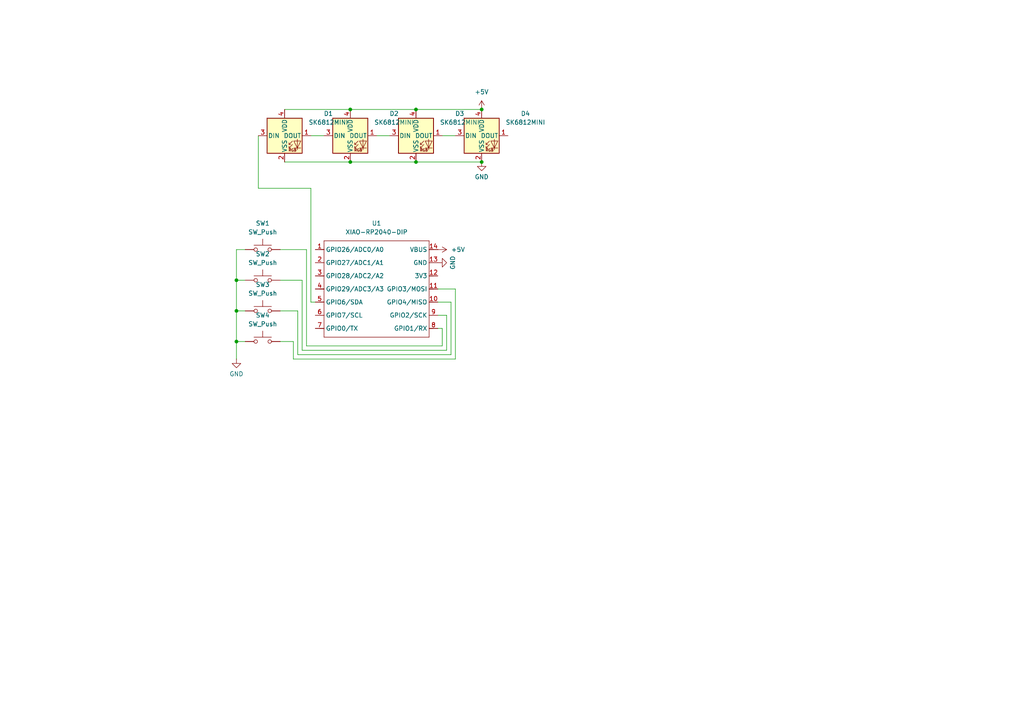
<source format=kicad_sch>
(kicad_sch
	(version 20250114)
	(generator "eeschema")
	(generator_version "9.0")
	(uuid "400a7696-c239-4d13-9210-8bc257ebea63")
	(paper "A4")
	(lib_symbols
		(symbol "LED:SK6812MINI"
			(pin_names
				(offset 0.254)
			)
			(exclude_from_sim no)
			(in_bom yes)
			(on_board yes)
			(property "Reference" "D"
				(at 5.08 5.715 0)
				(effects
					(font
						(size 1.27 1.27)
					)
					(justify right bottom)
				)
			)
			(property "Value" "SK6812MINI"
				(at 1.27 -5.715 0)
				(effects
					(font
						(size 1.27 1.27)
					)
					(justify left top)
				)
			)
			(property "Footprint" "LED_SMD:LED_SK6812MINI_PLCC4_3.5x3.5mm_P1.75mm"
				(at 1.27 -7.62 0)
				(effects
					(font
						(size 1.27 1.27)
					)
					(justify left top)
					(hide yes)
				)
			)
			(property "Datasheet" "https://cdn-shop.adafruit.com/product-files/2686/SK6812MINI_REV.01-1-2.pdf"
				(at 2.54 -9.525 0)
				(effects
					(font
						(size 1.27 1.27)
					)
					(justify left top)
					(hide yes)
				)
			)
			(property "Description" "RGB LED with integrated controller"
				(at 0 0 0)
				(effects
					(font
						(size 1.27 1.27)
					)
					(hide yes)
				)
			)
			(property "ki_keywords" "RGB LED NeoPixel Mini addressable"
				(at 0 0 0)
				(effects
					(font
						(size 1.27 1.27)
					)
					(hide yes)
				)
			)
			(property "ki_fp_filters" "LED*SK6812MINI*PLCC*3.5x3.5mm*P1.75mm*"
				(at 0 0 0)
				(effects
					(font
						(size 1.27 1.27)
					)
					(hide yes)
				)
			)
			(symbol "SK6812MINI_0_0"
				(text "RGB"
					(at 2.286 -4.191 0)
					(effects
						(font
							(size 0.762 0.762)
						)
					)
				)
			)
			(symbol "SK6812MINI_0_1"
				(polyline
					(pts
						(xy 1.27 -2.54) (xy 1.778 -2.54)
					)
					(stroke
						(width 0)
						(type default)
					)
					(fill
						(type none)
					)
				)
				(polyline
					(pts
						(xy 1.27 -3.556) (xy 1.778 -3.556)
					)
					(stroke
						(width 0)
						(type default)
					)
					(fill
						(type none)
					)
				)
				(polyline
					(pts
						(xy 2.286 -1.524) (xy 1.27 -2.54) (xy 1.27 -2.032)
					)
					(stroke
						(width 0)
						(type default)
					)
					(fill
						(type none)
					)
				)
				(polyline
					(pts
						(xy 2.286 -2.54) (xy 1.27 -3.556) (xy 1.27 -3.048)
					)
					(stroke
						(width 0)
						(type default)
					)
					(fill
						(type none)
					)
				)
				(polyline
					(pts
						(xy 3.683 -1.016) (xy 3.683 -3.556) (xy 3.683 -4.064)
					)
					(stroke
						(width 0)
						(type default)
					)
					(fill
						(type none)
					)
				)
				(polyline
					(pts
						(xy 4.699 -1.524) (xy 2.667 -1.524) (xy 3.683 -3.556) (xy 4.699 -1.524)
					)
					(stroke
						(width 0)
						(type default)
					)
					(fill
						(type none)
					)
				)
				(polyline
					(pts
						(xy 4.699 -3.556) (xy 2.667 -3.556)
					)
					(stroke
						(width 0)
						(type default)
					)
					(fill
						(type none)
					)
				)
				(rectangle
					(start 5.08 5.08)
					(end -5.08 -5.08)
					(stroke
						(width 0.254)
						(type default)
					)
					(fill
						(type background)
					)
				)
			)
			(symbol "SK6812MINI_1_1"
				(pin input line
					(at -7.62 0 0)
					(length 2.54)
					(name "DIN"
						(effects
							(font
								(size 1.27 1.27)
							)
						)
					)
					(number "3"
						(effects
							(font
								(size 1.27 1.27)
							)
						)
					)
				)
				(pin power_in line
					(at 0 7.62 270)
					(length 2.54)
					(name "VDD"
						(effects
							(font
								(size 1.27 1.27)
							)
						)
					)
					(number "4"
						(effects
							(font
								(size 1.27 1.27)
							)
						)
					)
				)
				(pin power_in line
					(at 0 -7.62 90)
					(length 2.54)
					(name "VSS"
						(effects
							(font
								(size 1.27 1.27)
							)
						)
					)
					(number "2"
						(effects
							(font
								(size 1.27 1.27)
							)
						)
					)
				)
				(pin output line
					(at 7.62 0 180)
					(length 2.54)
					(name "DOUT"
						(effects
							(font
								(size 1.27 1.27)
							)
						)
					)
					(number "1"
						(effects
							(font
								(size 1.27 1.27)
							)
						)
					)
				)
			)
			(embedded_fonts no)
		)
		(symbol "OPL:XIAO-RP2040-DIP"
			(exclude_from_sim no)
			(in_bom yes)
			(on_board yes)
			(property "Reference" "U"
				(at 0 0 0)
				(effects
					(font
						(size 1.27 1.27)
					)
				)
			)
			(property "Value" "XIAO-RP2040-DIP"
				(at 5.334 -1.778 0)
				(effects
					(font
						(size 1.27 1.27)
					)
				)
			)
			(property "Footprint" "Module:MOUDLE14P-XIAO-DIP-SMD"
				(at 14.478 -32.258 0)
				(effects
					(font
						(size 1.27 1.27)
					)
					(hide yes)
				)
			)
			(property "Datasheet" ""
				(at 0 0 0)
				(effects
					(font
						(size 1.27 1.27)
					)
					(hide yes)
				)
			)
			(property "Description" ""
				(at 0 0 0)
				(effects
					(font
						(size 1.27 1.27)
					)
					(hide yes)
				)
			)
			(symbol "XIAO-RP2040-DIP_1_0"
				(polyline
					(pts
						(xy -1.27 -2.54) (xy 29.21 -2.54)
					)
					(stroke
						(width 0.1524)
						(type solid)
					)
					(fill
						(type none)
					)
				)
				(polyline
					(pts
						(xy -1.27 -5.08) (xy -2.54 -5.08)
					)
					(stroke
						(width 0.1524)
						(type solid)
					)
					(fill
						(type none)
					)
				)
				(polyline
					(pts
						(xy -1.27 -5.08) (xy -1.27 -2.54)
					)
					(stroke
						(width 0.1524)
						(type solid)
					)
					(fill
						(type none)
					)
				)
				(polyline
					(pts
						(xy -1.27 -8.89) (xy -2.54 -8.89)
					)
					(stroke
						(width 0.1524)
						(type solid)
					)
					(fill
						(type none)
					)
				)
				(polyline
					(pts
						(xy -1.27 -8.89) (xy -1.27 -5.08)
					)
					(stroke
						(width 0.1524)
						(type solid)
					)
					(fill
						(type none)
					)
				)
				(polyline
					(pts
						(xy -1.27 -12.7) (xy -2.54 -12.7)
					)
					(stroke
						(width 0.1524)
						(type solid)
					)
					(fill
						(type none)
					)
				)
				(polyline
					(pts
						(xy -1.27 -12.7) (xy -1.27 -8.89)
					)
					(stroke
						(width 0.1524)
						(type solid)
					)
					(fill
						(type none)
					)
				)
				(polyline
					(pts
						(xy -1.27 -16.51) (xy -2.54 -16.51)
					)
					(stroke
						(width 0.1524)
						(type solid)
					)
					(fill
						(type none)
					)
				)
				(polyline
					(pts
						(xy -1.27 -16.51) (xy -1.27 -12.7)
					)
					(stroke
						(width 0.1524)
						(type solid)
					)
					(fill
						(type none)
					)
				)
				(polyline
					(pts
						(xy -1.27 -20.32) (xy -2.54 -20.32)
					)
					(stroke
						(width 0.1524)
						(type solid)
					)
					(fill
						(type none)
					)
				)
				(polyline
					(pts
						(xy -1.27 -24.13) (xy -2.54 -24.13)
					)
					(stroke
						(width 0.1524)
						(type solid)
					)
					(fill
						(type none)
					)
				)
				(polyline
					(pts
						(xy -1.27 -27.94) (xy -2.54 -27.94)
					)
					(stroke
						(width 0.1524)
						(type solid)
					)
					(fill
						(type none)
					)
				)
				(polyline
					(pts
						(xy -1.27 -30.48) (xy -1.27 -16.51)
					)
					(stroke
						(width 0.1524)
						(type solid)
					)
					(fill
						(type none)
					)
				)
				(polyline
					(pts
						(xy 29.21 -2.54) (xy 29.21 -5.08)
					)
					(stroke
						(width 0.1524)
						(type solid)
					)
					(fill
						(type none)
					)
				)
				(polyline
					(pts
						(xy 29.21 -5.08) (xy 29.21 -8.89)
					)
					(stroke
						(width 0.1524)
						(type solid)
					)
					(fill
						(type none)
					)
				)
				(polyline
					(pts
						(xy 29.21 -8.89) (xy 29.21 -12.7)
					)
					(stroke
						(width 0.1524)
						(type solid)
					)
					(fill
						(type none)
					)
				)
				(polyline
					(pts
						(xy 29.21 -12.7) (xy 29.21 -30.48)
					)
					(stroke
						(width 0.1524)
						(type solid)
					)
					(fill
						(type none)
					)
				)
				(polyline
					(pts
						(xy 29.21 -30.48) (xy -1.27 -30.48)
					)
					(stroke
						(width 0.1524)
						(type solid)
					)
					(fill
						(type none)
					)
				)
				(polyline
					(pts
						(xy 30.48 -5.08) (xy 29.21 -5.08)
					)
					(stroke
						(width 0.1524)
						(type solid)
					)
					(fill
						(type none)
					)
				)
				(polyline
					(pts
						(xy 30.48 -8.89) (xy 29.21 -8.89)
					)
					(stroke
						(width 0.1524)
						(type solid)
					)
					(fill
						(type none)
					)
				)
				(polyline
					(pts
						(xy 30.48 -12.7) (xy 29.21 -12.7)
					)
					(stroke
						(width 0.1524)
						(type solid)
					)
					(fill
						(type none)
					)
				)
				(polyline
					(pts
						(xy 30.48 -16.51) (xy 29.21 -16.51)
					)
					(stroke
						(width 0.1524)
						(type solid)
					)
					(fill
						(type none)
					)
				)
				(polyline
					(pts
						(xy 30.48 -20.32) (xy 29.21 -20.32)
					)
					(stroke
						(width 0.1524)
						(type solid)
					)
					(fill
						(type none)
					)
				)
				(polyline
					(pts
						(xy 30.48 -24.13) (xy 29.21 -24.13)
					)
					(stroke
						(width 0.1524)
						(type solid)
					)
					(fill
						(type none)
					)
				)
				(polyline
					(pts
						(xy 30.48 -27.94) (xy 29.21 -27.94)
					)
					(stroke
						(width 0.1524)
						(type solid)
					)
					(fill
						(type none)
					)
				)
				(pin passive line
					(at -3.81 -5.08 0)
					(length 2.54)
					(name "GPIO26/ADC0/A0"
						(effects
							(font
								(size 1.27 1.27)
							)
						)
					)
					(number "1"
						(effects
							(font
								(size 1.27 1.27)
							)
						)
					)
				)
				(pin passive line
					(at -3.81 -8.89 0)
					(length 2.54)
					(name "GPIO27/ADC1/A1"
						(effects
							(font
								(size 1.27 1.27)
							)
						)
					)
					(number "2"
						(effects
							(font
								(size 1.27 1.27)
							)
						)
					)
				)
				(pin passive line
					(at -3.81 -12.7 0)
					(length 2.54)
					(name "GPIO28/ADC2/A2"
						(effects
							(font
								(size 1.27 1.27)
							)
						)
					)
					(number "3"
						(effects
							(font
								(size 1.27 1.27)
							)
						)
					)
				)
				(pin passive line
					(at -3.81 -16.51 0)
					(length 2.54)
					(name "GPIO29/ADC3/A3"
						(effects
							(font
								(size 1.27 1.27)
							)
						)
					)
					(number "4"
						(effects
							(font
								(size 1.27 1.27)
							)
						)
					)
				)
				(pin passive line
					(at -3.81 -20.32 0)
					(length 2.54)
					(name "GPIO6/SDA"
						(effects
							(font
								(size 1.27 1.27)
							)
						)
					)
					(number "5"
						(effects
							(font
								(size 1.27 1.27)
							)
						)
					)
				)
				(pin passive line
					(at -3.81 -24.13 0)
					(length 2.54)
					(name "GPIO7/SCL"
						(effects
							(font
								(size 1.27 1.27)
							)
						)
					)
					(number "6"
						(effects
							(font
								(size 1.27 1.27)
							)
						)
					)
				)
				(pin passive line
					(at -3.81 -27.94 0)
					(length 2.54)
					(name "GPIO0/TX"
						(effects
							(font
								(size 1.27 1.27)
							)
						)
					)
					(number "7"
						(effects
							(font
								(size 1.27 1.27)
							)
						)
					)
				)
				(pin passive line
					(at 31.75 -5.08 180)
					(length 2.54)
					(name "VBUS"
						(effects
							(font
								(size 1.27 1.27)
							)
						)
					)
					(number "14"
						(effects
							(font
								(size 1.27 1.27)
							)
						)
					)
				)
				(pin passive line
					(at 31.75 -8.89 180)
					(length 2.54)
					(name "GND"
						(effects
							(font
								(size 1.27 1.27)
							)
						)
					)
					(number "13"
						(effects
							(font
								(size 1.27 1.27)
							)
						)
					)
				)
				(pin passive line
					(at 31.75 -12.7 180)
					(length 2.54)
					(name "3V3"
						(effects
							(font
								(size 1.27 1.27)
							)
						)
					)
					(number "12"
						(effects
							(font
								(size 1.27 1.27)
							)
						)
					)
				)
				(pin passive line
					(at 31.75 -16.51 180)
					(length 2.54)
					(name "GPIO3/MOSI"
						(effects
							(font
								(size 1.27 1.27)
							)
						)
					)
					(number "11"
						(effects
							(font
								(size 1.27 1.27)
							)
						)
					)
				)
				(pin passive line
					(at 31.75 -20.32 180)
					(length 2.54)
					(name "GPIO4/MISO"
						(effects
							(font
								(size 1.27 1.27)
							)
						)
					)
					(number "10"
						(effects
							(font
								(size 1.27 1.27)
							)
						)
					)
				)
				(pin passive line
					(at 31.75 -24.13 180)
					(length 2.54)
					(name "GPIO2/SCK"
						(effects
							(font
								(size 1.27 1.27)
							)
						)
					)
					(number "9"
						(effects
							(font
								(size 1.27 1.27)
							)
						)
					)
				)
				(pin passive line
					(at 31.75 -27.94 180)
					(length 2.54)
					(name "GPIO1/RX"
						(effects
							(font
								(size 1.27 1.27)
							)
						)
					)
					(number "8"
						(effects
							(font
								(size 1.27 1.27)
							)
						)
					)
				)
			)
			(embedded_fonts no)
		)
		(symbol "Switch:SW_Push"
			(pin_numbers
				(hide yes)
			)
			(pin_names
				(offset 1.016)
				(hide yes)
			)
			(exclude_from_sim no)
			(in_bom yes)
			(on_board yes)
			(property "Reference" "SW"
				(at 1.27 2.54 0)
				(effects
					(font
						(size 1.27 1.27)
					)
					(justify left)
				)
			)
			(property "Value" "SW_Push"
				(at 0 -1.524 0)
				(effects
					(font
						(size 1.27 1.27)
					)
				)
			)
			(property "Footprint" ""
				(at 0 5.08 0)
				(effects
					(font
						(size 1.27 1.27)
					)
					(hide yes)
				)
			)
			(property "Datasheet" "~"
				(at 0 5.08 0)
				(effects
					(font
						(size 1.27 1.27)
					)
					(hide yes)
				)
			)
			(property "Description" "Push button switch, generic, two pins"
				(at 0 0 0)
				(effects
					(font
						(size 1.27 1.27)
					)
					(hide yes)
				)
			)
			(property "ki_keywords" "switch normally-open pushbutton push-button"
				(at 0 0 0)
				(effects
					(font
						(size 1.27 1.27)
					)
					(hide yes)
				)
			)
			(symbol "SW_Push_0_1"
				(circle
					(center -2.032 0)
					(radius 0.508)
					(stroke
						(width 0)
						(type default)
					)
					(fill
						(type none)
					)
				)
				(polyline
					(pts
						(xy 0 1.27) (xy 0 3.048)
					)
					(stroke
						(width 0)
						(type default)
					)
					(fill
						(type none)
					)
				)
				(circle
					(center 2.032 0)
					(radius 0.508)
					(stroke
						(width 0)
						(type default)
					)
					(fill
						(type none)
					)
				)
				(polyline
					(pts
						(xy 2.54 1.27) (xy -2.54 1.27)
					)
					(stroke
						(width 0)
						(type default)
					)
					(fill
						(type none)
					)
				)
				(pin passive line
					(at -5.08 0 0)
					(length 2.54)
					(name "1"
						(effects
							(font
								(size 1.27 1.27)
							)
						)
					)
					(number "1"
						(effects
							(font
								(size 1.27 1.27)
							)
						)
					)
				)
				(pin passive line
					(at 5.08 0 180)
					(length 2.54)
					(name "2"
						(effects
							(font
								(size 1.27 1.27)
							)
						)
					)
					(number "2"
						(effects
							(font
								(size 1.27 1.27)
							)
						)
					)
				)
			)
			(embedded_fonts no)
		)
		(symbol "power:+5V"
			(power)
			(pin_numbers
				(hide yes)
			)
			(pin_names
				(offset 0)
				(hide yes)
			)
			(exclude_from_sim no)
			(in_bom yes)
			(on_board yes)
			(property "Reference" "#PWR"
				(at 0 -3.81 0)
				(effects
					(font
						(size 1.27 1.27)
					)
					(hide yes)
				)
			)
			(property "Value" "+5V"
				(at 0 3.556 0)
				(effects
					(font
						(size 1.27 1.27)
					)
				)
			)
			(property "Footprint" ""
				(at 0 0 0)
				(effects
					(font
						(size 1.27 1.27)
					)
					(hide yes)
				)
			)
			(property "Datasheet" ""
				(at 0 0 0)
				(effects
					(font
						(size 1.27 1.27)
					)
					(hide yes)
				)
			)
			(property "Description" "Power symbol creates a global label with name \"+5V\""
				(at 0 0 0)
				(effects
					(font
						(size 1.27 1.27)
					)
					(hide yes)
				)
			)
			(property "ki_keywords" "global power"
				(at 0 0 0)
				(effects
					(font
						(size 1.27 1.27)
					)
					(hide yes)
				)
			)
			(symbol "+5V_0_1"
				(polyline
					(pts
						(xy -0.762 1.27) (xy 0 2.54)
					)
					(stroke
						(width 0)
						(type default)
					)
					(fill
						(type none)
					)
				)
				(polyline
					(pts
						(xy 0 2.54) (xy 0.762 1.27)
					)
					(stroke
						(width 0)
						(type default)
					)
					(fill
						(type none)
					)
				)
				(polyline
					(pts
						(xy 0 0) (xy 0 2.54)
					)
					(stroke
						(width 0)
						(type default)
					)
					(fill
						(type none)
					)
				)
			)
			(symbol "+5V_1_1"
				(pin power_in line
					(at 0 0 90)
					(length 0)
					(name "~"
						(effects
							(font
								(size 1.27 1.27)
							)
						)
					)
					(number "1"
						(effects
							(font
								(size 1.27 1.27)
							)
						)
					)
				)
			)
			(embedded_fonts no)
		)
		(symbol "power:GND"
			(power)
			(pin_numbers
				(hide yes)
			)
			(pin_names
				(offset 0)
				(hide yes)
			)
			(exclude_from_sim no)
			(in_bom yes)
			(on_board yes)
			(property "Reference" "#PWR"
				(at 0 -6.35 0)
				(effects
					(font
						(size 1.27 1.27)
					)
					(hide yes)
				)
			)
			(property "Value" "GND"
				(at 0 -3.81 0)
				(effects
					(font
						(size 1.27 1.27)
					)
				)
			)
			(property "Footprint" ""
				(at 0 0 0)
				(effects
					(font
						(size 1.27 1.27)
					)
					(hide yes)
				)
			)
			(property "Datasheet" ""
				(at 0 0 0)
				(effects
					(font
						(size 1.27 1.27)
					)
					(hide yes)
				)
			)
			(property "Description" "Power symbol creates a global label with name \"GND\" , ground"
				(at 0 0 0)
				(effects
					(font
						(size 1.27 1.27)
					)
					(hide yes)
				)
			)
			(property "ki_keywords" "global power"
				(at 0 0 0)
				(effects
					(font
						(size 1.27 1.27)
					)
					(hide yes)
				)
			)
			(symbol "GND_0_1"
				(polyline
					(pts
						(xy 0 0) (xy 0 -1.27) (xy 1.27 -1.27) (xy 0 -2.54) (xy -1.27 -1.27) (xy 0 -1.27)
					)
					(stroke
						(width 0)
						(type default)
					)
					(fill
						(type none)
					)
				)
			)
			(symbol "GND_1_1"
				(pin power_in line
					(at 0 0 270)
					(length 0)
					(name "~"
						(effects
							(font
								(size 1.27 1.27)
							)
						)
					)
					(number "1"
						(effects
							(font
								(size 1.27 1.27)
							)
						)
					)
				)
			)
			(embedded_fonts no)
		)
	)
	(junction
		(at 68.58 90.17)
		(diameter 0)
		(color 0 0 0 0)
		(uuid "1a52a875-a8d7-4e8f-af2a-8428e6d9ddd6")
	)
	(junction
		(at 68.58 99.06)
		(diameter 0)
		(color 0 0 0 0)
		(uuid "3c581529-db98-4fb2-8f8f-c0ccab360292")
	)
	(junction
		(at 139.7 46.99)
		(diameter 0)
		(color 0 0 0 0)
		(uuid "4b6e25e2-7a3b-434a-a1c8-727b2b783926")
	)
	(junction
		(at 101.6 46.99)
		(diameter 0)
		(color 0 0 0 0)
		(uuid "5293a1d1-6b30-49d9-a409-1aa532c02927")
	)
	(junction
		(at 139.7 31.75)
		(diameter 0)
		(color 0 0 0 0)
		(uuid "b3ed5afb-1a7f-4f93-a43b-5cb403a7de3d")
	)
	(junction
		(at 120.65 31.75)
		(diameter 0)
		(color 0 0 0 0)
		(uuid "bbe0e868-5d66-49d4-851c-8f78109b77e2")
	)
	(junction
		(at 101.6 31.75)
		(diameter 0)
		(color 0 0 0 0)
		(uuid "c8d5d5dd-3028-4545-b23e-6aae9db094b5")
	)
	(junction
		(at 68.58 81.28)
		(diameter 0)
		(color 0 0 0 0)
		(uuid "e8853d2c-078b-4f4d-814e-0a1a12bf298c")
	)
	(junction
		(at 120.65 46.99)
		(diameter 0)
		(color 0 0 0 0)
		(uuid "f7cd26b5-c13c-409d-a261-be1a574508d4")
	)
	(wire
		(pts
			(xy 120.65 46.99) (xy 139.7 46.99)
		)
		(stroke
			(width 0)
			(type default)
		)
		(uuid "041e7385-5c42-4c98-a3b4-c274b9a1ba49")
	)
	(wire
		(pts
			(xy 68.58 72.39) (xy 71.12 72.39)
		)
		(stroke
			(width 0)
			(type default)
		)
		(uuid "0be52aef-e394-41bd-900d-20bd1ca0ec25")
	)
	(wire
		(pts
			(xy 130.81 87.63) (xy 127 87.63)
		)
		(stroke
			(width 0)
			(type default)
		)
		(uuid "0e692b87-d86f-4d5f-b188-c78d32458787")
	)
	(wire
		(pts
			(xy 128.27 95.25) (xy 127 95.25)
		)
		(stroke
			(width 0)
			(type default)
		)
		(uuid "11a78b0e-2a59-4381-ba17-e13752ff8614")
	)
	(wire
		(pts
			(xy 128.27 39.37) (xy 132.08 39.37)
		)
		(stroke
			(width 0)
			(type default)
		)
		(uuid "144ef576-159a-496d-a2a2-cbf0682393f1")
	)
	(wire
		(pts
			(xy 68.58 81.28) (xy 71.12 81.28)
		)
		(stroke
			(width 0)
			(type default)
		)
		(uuid "1573b51b-d2da-4027-8e2c-e4dd84c65f97")
	)
	(wire
		(pts
			(xy 81.28 72.39) (xy 88.9 72.39)
		)
		(stroke
			(width 0)
			(type default)
		)
		(uuid "1a55b6bb-6228-4d2d-bc5b-73222facb9bd")
	)
	(wire
		(pts
			(xy 101.6 31.75) (xy 120.65 31.75)
		)
		(stroke
			(width 0)
			(type default)
		)
		(uuid "24893405-3ae7-49c7-90c3-776a1a867267")
	)
	(wire
		(pts
			(xy 88.9 100.33) (xy 128.27 100.33)
		)
		(stroke
			(width 0)
			(type default)
		)
		(uuid "25121434-e651-4718-8ae9-222956cfbca7")
	)
	(wire
		(pts
			(xy 130.81 102.87) (xy 130.81 87.63)
		)
		(stroke
			(width 0)
			(type default)
		)
		(uuid "2acdc056-e343-4f0e-8a83-f9722fefd347")
	)
	(wire
		(pts
			(xy 90.17 87.63) (xy 90.17 54.61)
		)
		(stroke
			(width 0)
			(type default)
		)
		(uuid "2eea8adb-787d-40c9-8f15-f8f072f7e494")
	)
	(wire
		(pts
			(xy 68.58 81.28) (xy 68.58 90.17)
		)
		(stroke
			(width 0)
			(type default)
		)
		(uuid "3230dc6e-a0d5-4b23-92bd-e052332a6d7f")
	)
	(wire
		(pts
			(xy 82.55 46.99) (xy 101.6 46.99)
		)
		(stroke
			(width 0)
			(type default)
		)
		(uuid "3a4c2cd6-e8e6-4c73-b16c-5947f6c20d6b")
	)
	(wire
		(pts
			(xy 87.63 101.6) (xy 129.54 101.6)
		)
		(stroke
			(width 0)
			(type default)
		)
		(uuid "3db62821-1edd-4330-a430-6621fb17caeb")
	)
	(wire
		(pts
			(xy 88.9 72.39) (xy 88.9 100.33)
		)
		(stroke
			(width 0)
			(type default)
		)
		(uuid "467adc7d-de9b-40a2-b317-85c2ecffd6fb")
	)
	(wire
		(pts
			(xy 85.09 99.06) (xy 85.09 104.14)
		)
		(stroke
			(width 0)
			(type default)
		)
		(uuid "4ad28329-5d13-4c35-85cb-03ad79212acf")
	)
	(wire
		(pts
			(xy 68.58 90.17) (xy 71.12 90.17)
		)
		(stroke
			(width 0)
			(type default)
		)
		(uuid "56f0c15d-ac70-456c-b85d-9e8e2509f438")
	)
	(wire
		(pts
			(xy 74.93 54.61) (xy 74.93 39.37)
		)
		(stroke
			(width 0)
			(type default)
		)
		(uuid "5fb0a629-36a8-43b8-8a72-6ea3840f5672")
	)
	(wire
		(pts
			(xy 81.28 99.06) (xy 85.09 99.06)
		)
		(stroke
			(width 0)
			(type default)
		)
		(uuid "6133751d-34fd-4d3b-82e1-1aa13c5a9d13")
	)
	(wire
		(pts
			(xy 132.08 83.82) (xy 127 83.82)
		)
		(stroke
			(width 0)
			(type default)
		)
		(uuid "6202fc84-92a5-4b65-9d4d-42ce4379898d")
	)
	(wire
		(pts
			(xy 81.28 81.28) (xy 87.63 81.28)
		)
		(stroke
			(width 0)
			(type default)
		)
		(uuid "62e79cda-39d1-43bf-93c9-e65ec9f3da15")
	)
	(wire
		(pts
			(xy 91.44 87.63) (xy 90.17 87.63)
		)
		(stroke
			(width 0)
			(type default)
		)
		(uuid "699ac8a7-6191-44b2-99de-42e266bc8b48")
	)
	(wire
		(pts
			(xy 109.22 39.37) (xy 113.03 39.37)
		)
		(stroke
			(width 0)
			(type default)
		)
		(uuid "6b881376-d505-48c5-8f01-6e2a8b984a8d")
	)
	(wire
		(pts
			(xy 120.65 31.75) (xy 139.7 31.75)
		)
		(stroke
			(width 0)
			(type default)
		)
		(uuid "6f620eb1-c6c6-4237-90f0-e3e5641d92b3")
	)
	(wire
		(pts
			(xy 90.17 54.61) (xy 74.93 54.61)
		)
		(stroke
			(width 0)
			(type default)
		)
		(uuid "72010dc1-9666-4899-b0a4-6f29e9cb20f4")
	)
	(wire
		(pts
			(xy 90.17 39.37) (xy 93.98 39.37)
		)
		(stroke
			(width 0)
			(type default)
		)
		(uuid "734fbb6d-6c26-44ef-aa6b-8f52280fcbd8")
	)
	(wire
		(pts
			(xy 101.6 46.99) (xy 120.65 46.99)
		)
		(stroke
			(width 0)
			(type default)
		)
		(uuid "765ef3e9-29f0-412c-ab8d-bcf3b3d27c26")
	)
	(wire
		(pts
			(xy 129.54 101.6) (xy 129.54 91.44)
		)
		(stroke
			(width 0)
			(type default)
		)
		(uuid "774b68f0-9fb5-4755-9987-0edd97a689fa")
	)
	(wire
		(pts
			(xy 86.36 90.17) (xy 86.36 102.87)
		)
		(stroke
			(width 0)
			(type default)
		)
		(uuid "7d4a5b95-7031-42ab-8452-72f47f7f7bea")
	)
	(wire
		(pts
			(xy 85.09 104.14) (xy 132.08 104.14)
		)
		(stroke
			(width 0)
			(type default)
		)
		(uuid "824d739b-23a3-4b07-b3b8-ddcd328e1467")
	)
	(wire
		(pts
			(xy 68.58 90.17) (xy 68.58 99.06)
		)
		(stroke
			(width 0)
			(type default)
		)
		(uuid "9620f2ef-ab4c-414b-a2e4-a36b1b94f1bc")
	)
	(wire
		(pts
			(xy 129.54 91.44) (xy 127 91.44)
		)
		(stroke
			(width 0)
			(type default)
		)
		(uuid "9d633020-d11c-4386-ba0d-77e1d1f80eac")
	)
	(wire
		(pts
			(xy 86.36 102.87) (xy 130.81 102.87)
		)
		(stroke
			(width 0)
			(type default)
		)
		(uuid "aaab27ef-40b0-4fd4-8e64-d1912b05a698")
	)
	(wire
		(pts
			(xy 132.08 104.14) (xy 132.08 83.82)
		)
		(stroke
			(width 0)
			(type default)
		)
		(uuid "ab29b4f5-ff1c-4f44-8535-fb18dcf83791")
	)
	(wire
		(pts
			(xy 82.55 31.75) (xy 101.6 31.75)
		)
		(stroke
			(width 0)
			(type default)
		)
		(uuid "bf5cf80d-0123-490f-9e61-8f0f14e209aa")
	)
	(wire
		(pts
			(xy 68.58 99.06) (xy 71.12 99.06)
		)
		(stroke
			(width 0)
			(type default)
		)
		(uuid "d2daa070-7884-42ee-a28f-c798581ba507")
	)
	(wire
		(pts
			(xy 81.28 90.17) (xy 86.36 90.17)
		)
		(stroke
			(width 0)
			(type default)
		)
		(uuid "d5ee767e-6028-46a4-a6fc-2564eb9c1978")
	)
	(wire
		(pts
			(xy 128.27 100.33) (xy 128.27 95.25)
		)
		(stroke
			(width 0)
			(type default)
		)
		(uuid "dfd17628-e633-4b57-9e5a-1a84e371b330")
	)
	(wire
		(pts
			(xy 68.58 99.06) (xy 68.58 104.14)
		)
		(stroke
			(width 0)
			(type default)
		)
		(uuid "e5f76f80-7661-4587-bcdb-cb57b605c999")
	)
	(wire
		(pts
			(xy 68.58 72.39) (xy 68.58 81.28)
		)
		(stroke
			(width 0)
			(type default)
		)
		(uuid "e7134ace-db62-47a0-8252-37102d1a10f7")
	)
	(wire
		(pts
			(xy 87.63 81.28) (xy 87.63 101.6)
		)
		(stroke
			(width 0)
			(type default)
		)
		(uuid "e9199040-e423-4a53-89d9-ec681555759d")
	)
	(symbol
		(lib_id "Switch:SW_Push")
		(at 76.2 81.28 0)
		(unit 1)
		(exclude_from_sim no)
		(in_bom yes)
		(on_board yes)
		(dnp no)
		(fields_autoplaced yes)
		(uuid "164d440a-de34-4b00-b75a-c84e17f66444")
		(property "Reference" "SW2"
			(at 76.2 73.66 0)
			(effects
				(font
					(size 1.27 1.27)
				)
			)
		)
		(property "Value" "SW_Push"
			(at 76.2 76.2 0)
			(effects
				(font
					(size 1.27 1.27)
				)
			)
		)
		(property "Footprint" "Button_Switch_Keyboard:SW_Cherry_MX_1.00u_PCB"
			(at 76.2 76.2 0)
			(effects
				(font
					(size 1.27 1.27)
				)
				(hide yes)
			)
		)
		(property "Datasheet" "~"
			(at 76.2 76.2 0)
			(effects
				(font
					(size 1.27 1.27)
				)
				(hide yes)
			)
		)
		(property "Description" "Push button switch, generic, two pins"
			(at 76.2 81.28 0)
			(effects
				(font
					(size 1.27 1.27)
				)
				(hide yes)
			)
		)
		(pin "2"
			(uuid "ce4852f3-4096-4227-86c2-36a8bad91113")
		)
		(pin "1"
			(uuid "cf3dedcf-89b8-4183-940a-a25526d5f05a")
		)
		(instances
			(project ""
				(path "/400a7696-c239-4d13-9210-8bc257ebea63"
					(reference "SW2")
					(unit 1)
				)
			)
		)
	)
	(symbol
		(lib_id "Switch:SW_Push")
		(at 76.2 90.17 0)
		(unit 1)
		(exclude_from_sim no)
		(in_bom yes)
		(on_board yes)
		(dnp no)
		(fields_autoplaced yes)
		(uuid "191cbfd7-e809-425b-b2fc-33eb1ca56058")
		(property "Reference" "SW3"
			(at 76.2 82.55 0)
			(effects
				(font
					(size 1.27 1.27)
				)
			)
		)
		(property "Value" "SW_Push"
			(at 76.2 85.09 0)
			(effects
				(font
					(size 1.27 1.27)
				)
			)
		)
		(property "Footprint" "Button_Switch_Keyboard:SW_Cherry_MX_1.00u_PCB"
			(at 76.2 85.09 0)
			(effects
				(font
					(size 1.27 1.27)
				)
				(hide yes)
			)
		)
		(property "Datasheet" "~"
			(at 76.2 85.09 0)
			(effects
				(font
					(size 1.27 1.27)
				)
				(hide yes)
			)
		)
		(property "Description" "Push button switch, generic, two pins"
			(at 76.2 90.17 0)
			(effects
				(font
					(size 1.27 1.27)
				)
				(hide yes)
			)
		)
		(pin "1"
			(uuid "7f915b17-e684-4b1a-9339-d14578c25bd8")
		)
		(pin "2"
			(uuid "d7f9a134-955a-441e-9dbb-2ab78f5fa6e9")
		)
		(instances
			(project ""
				(path "/400a7696-c239-4d13-9210-8bc257ebea63"
					(reference "SW3")
					(unit 1)
				)
			)
		)
	)
	(symbol
		(lib_id "LED:SK6812MINI")
		(at 139.7 39.37 0)
		(unit 1)
		(exclude_from_sim no)
		(in_bom yes)
		(on_board yes)
		(dnp no)
		(fields_autoplaced yes)
		(uuid "1f9fd8eb-be0b-49e0-b803-c4347f56b17c")
		(property "Reference" "D4"
			(at 152.4 32.9498 0)
			(effects
				(font
					(size 1.27 1.27)
				)
			)
		)
		(property "Value" "SK6812MINI"
			(at 152.4 35.4898 0)
			(effects
				(font
					(size 1.27 1.27)
				)
			)
		)
		(property "Footprint" "LED_SMD:LED_SK6812MINI_PLCC4_3.5x3.5mm_P1.75mm"
			(at 140.97 46.99 0)
			(effects
				(font
					(size 1.27 1.27)
				)
				(justify left top)
				(hide yes)
			)
		)
		(property "Datasheet" "https://cdn-shop.adafruit.com/product-files/2686/SK6812MINI_REV.01-1-2.pdf"
			(at 142.24 48.895 0)
			(effects
				(font
					(size 1.27 1.27)
				)
				(justify left top)
				(hide yes)
			)
		)
		(property "Description" "RGB LED with integrated controller"
			(at 139.7 39.37 0)
			(effects
				(font
					(size 1.27 1.27)
				)
				(hide yes)
			)
		)
		(pin "4"
			(uuid "40327e31-bed5-4dfd-b91b-5d19b923909c")
		)
		(pin "3"
			(uuid "c96c961a-049b-48bc-8e9e-b5ffced91743")
		)
		(pin "2"
			(uuid "ae8768cd-66b8-4e70-9a46-8b90c05b33f6")
		)
		(pin "1"
			(uuid "8ac233c5-81c5-420e-ada5-ce57de01cc29")
		)
		(instances
			(project ""
				(path "/400a7696-c239-4d13-9210-8bc257ebea63"
					(reference "D4")
					(unit 1)
				)
			)
		)
	)
	(symbol
		(lib_id "Switch:SW_Push")
		(at 76.2 72.39 0)
		(unit 1)
		(exclude_from_sim no)
		(in_bom yes)
		(on_board yes)
		(dnp no)
		(fields_autoplaced yes)
		(uuid "2bdf1063-b804-4975-a8a4-11b81ceb1d82")
		(property "Reference" "SW1"
			(at 76.2 64.77 0)
			(effects
				(font
					(size 1.27 1.27)
				)
			)
		)
		(property "Value" "SW_Push"
			(at 76.2 67.31 0)
			(effects
				(font
					(size 1.27 1.27)
				)
			)
		)
		(property "Footprint" "Button_Switch_Keyboard:SW_Cherry_MX_1.00u_PCB"
			(at 76.2 67.31 0)
			(effects
				(font
					(size 1.27 1.27)
				)
				(hide yes)
			)
		)
		(property "Datasheet" "~"
			(at 76.2 67.31 0)
			(effects
				(font
					(size 1.27 1.27)
				)
				(hide yes)
			)
		)
		(property "Description" "Push button switch, generic, two pins"
			(at 76.2 72.39 0)
			(effects
				(font
					(size 1.27 1.27)
				)
				(hide yes)
			)
		)
		(pin "1"
			(uuid "31f1042a-9d3b-4d12-b8cc-20f98cb8247f")
		)
		(pin "2"
			(uuid "2874bef8-a02c-4d36-89be-83efea5ba913")
		)
		(instances
			(project ""
				(path "/400a7696-c239-4d13-9210-8bc257ebea63"
					(reference "SW1")
					(unit 1)
				)
			)
		)
	)
	(symbol
		(lib_id "Switch:SW_Push")
		(at 76.2 99.06 0)
		(unit 1)
		(exclude_from_sim no)
		(in_bom yes)
		(on_board yes)
		(dnp no)
		(fields_autoplaced yes)
		(uuid "2ecaa282-c3b9-493c-ab81-3a6ea86c897b")
		(property "Reference" "SW4"
			(at 76.2 91.44 0)
			(effects
				(font
					(size 1.27 1.27)
				)
			)
		)
		(property "Value" "SW_Push"
			(at 76.2 93.98 0)
			(effects
				(font
					(size 1.27 1.27)
				)
			)
		)
		(property "Footprint" "Button_Switch_Keyboard:SW_Cherry_MX_1.00u_PCB"
			(at 76.2 93.98 0)
			(effects
				(font
					(size 1.27 1.27)
				)
				(hide yes)
			)
		)
		(property "Datasheet" "~"
			(at 76.2 93.98 0)
			(effects
				(font
					(size 1.27 1.27)
				)
				(hide yes)
			)
		)
		(property "Description" "Push button switch, generic, two pins"
			(at 76.2 99.06 0)
			(effects
				(font
					(size 1.27 1.27)
				)
				(hide yes)
			)
		)
		(pin "1"
			(uuid "65ab4be0-3fb7-4627-958b-00c968cab9d9")
		)
		(pin "2"
			(uuid "4749091d-f296-4834-ad73-6fe8705eafac")
		)
		(instances
			(project ""
				(path "/400a7696-c239-4d13-9210-8bc257ebea63"
					(reference "SW4")
					(unit 1)
				)
			)
		)
	)
	(symbol
		(lib_id "OPL:XIAO-RP2040-DIP")
		(at 95.25 67.31 0)
		(unit 1)
		(exclude_from_sim no)
		(in_bom yes)
		(on_board yes)
		(dnp no)
		(fields_autoplaced yes)
		(uuid "54f1997d-9a13-4922-80a3-6f112f344375")
		(property "Reference" "U1"
			(at 109.22 64.77 0)
			(effects
				(font
					(size 1.27 1.27)
				)
			)
		)
		(property "Value" "XIAO-RP2040-DIP"
			(at 109.22 67.31 0)
			(effects
				(font
					(size 1.27 1.27)
				)
			)
		)
		(property "Footprint" "OPL:XIAO-RP2040-DIP"
			(at 109.728 99.568 0)
			(effects
				(font
					(size 1.27 1.27)
				)
				(hide yes)
			)
		)
		(property "Datasheet" ""
			(at 95.25 67.31 0)
			(effects
				(font
					(size 1.27 1.27)
				)
				(hide yes)
			)
		)
		(property "Description" ""
			(at 95.25 67.31 0)
			(effects
				(font
					(size 1.27 1.27)
				)
				(hide yes)
			)
		)
		(pin "1"
			(uuid "7c22ea39-859b-45b1-b968-4cb487531578")
		)
		(pin "2"
			(uuid "a3917d5b-b32b-438a-b720-978ad8761207")
		)
		(pin "13"
			(uuid "9a1bd70c-5b21-47ea-a94d-c037e6eb224b")
		)
		(pin "10"
			(uuid "76f50c8c-5229-4ce0-9b08-0f351a2e5710")
		)
		(pin "9"
			(uuid "9e929663-a44b-4eab-88d3-f11fcc914c70")
		)
		(pin "12"
			(uuid "cd95158c-1642-4805-96b3-0152d1c5bd71")
		)
		(pin "4"
			(uuid "753462fd-75ef-4aac-8d5c-b2c213c95982")
		)
		(pin "5"
			(uuid "c717fdee-ebb6-4964-b7f6-b23810ca596b")
		)
		(pin "3"
			(uuid "504c21b7-3865-435c-b132-487ef89e1433")
		)
		(pin "7"
			(uuid "fe2c91bf-b8d7-41ea-b5bd-f47543a2d65c")
		)
		(pin "14"
			(uuid "95b88494-5a10-4eaa-aa43-49e34c2e8bbb")
		)
		(pin "8"
			(uuid "00832b4f-4d65-4a91-9961-51af416c21e5")
		)
		(pin "11"
			(uuid "8291e6ab-003b-49ae-bdde-d6aececbea2d")
		)
		(pin "6"
			(uuid "afa6f355-5c04-4e7d-84c9-a3c1df7479dd")
		)
		(instances
			(project ""
				(path "/400a7696-c239-4d13-9210-8bc257ebea63"
					(reference "U1")
					(unit 1)
				)
			)
		)
	)
	(symbol
		(lib_id "power:+5V")
		(at 139.7 31.75 0)
		(unit 1)
		(exclude_from_sim no)
		(in_bom yes)
		(on_board yes)
		(dnp no)
		(fields_autoplaced yes)
		(uuid "63f0d591-b22e-4b8f-be1e-ac4afaed733b")
		(property "Reference" "#PWR02"
			(at 139.7 35.56 0)
			(effects
				(font
					(size 1.27 1.27)
				)
				(hide yes)
			)
		)
		(property "Value" "+5V"
			(at 139.7 26.67 0)
			(effects
				(font
					(size 1.27 1.27)
				)
			)
		)
		(property "Footprint" ""
			(at 139.7 31.75 0)
			(effects
				(font
					(size 1.27 1.27)
				)
				(hide yes)
			)
		)
		(property "Datasheet" ""
			(at 139.7 31.75 0)
			(effects
				(font
					(size 1.27 1.27)
				)
				(hide yes)
			)
		)
		(property "Description" "Power symbol creates a global label with name \"+5V\""
			(at 139.7 31.75 0)
			(effects
				(font
					(size 1.27 1.27)
				)
				(hide yes)
			)
		)
		(pin "1"
			(uuid "95892d87-58e1-48ee-8c2e-79481bfb0766")
		)
		(instances
			(project ""
				(path "/400a7696-c239-4d13-9210-8bc257ebea63"
					(reference "#PWR02")
					(unit 1)
				)
			)
		)
	)
	(symbol
		(lib_id "power:GND")
		(at 139.7 46.99 0)
		(unit 1)
		(exclude_from_sim no)
		(in_bom yes)
		(on_board yes)
		(dnp no)
		(uuid "72ce70c3-036d-4946-9e25-0d3b9d215362")
		(property "Reference" "#PWR05"
			(at 139.7 53.34 0)
			(effects
				(font
					(size 1.27 1.27)
				)
				(hide yes)
			)
		)
		(property "Value" "GND"
			(at 139.7 51.308 0)
			(effects
				(font
					(size 1.27 1.27)
				)
			)
		)
		(property "Footprint" ""
			(at 139.7 46.99 0)
			(effects
				(font
					(size 1.27 1.27)
				)
				(hide yes)
			)
		)
		(property "Datasheet" ""
			(at 139.7 46.99 0)
			(effects
				(font
					(size 1.27 1.27)
				)
				(hide yes)
			)
		)
		(property "Description" "Power symbol creates a global label with name \"GND\" , ground"
			(at 139.7 46.99 0)
			(effects
				(font
					(size 1.27 1.27)
				)
				(hide yes)
			)
		)
		(pin "1"
			(uuid "515eb40c-1dc1-4f99-913f-7befe42a519e")
		)
		(instances
			(project "Hackclub Blueprint"
				(path "/400a7696-c239-4d13-9210-8bc257ebea63"
					(reference "#PWR05")
					(unit 1)
				)
			)
		)
	)
	(symbol
		(lib_id "LED:SK6812MINI")
		(at 120.65 39.37 0)
		(unit 1)
		(exclude_from_sim no)
		(in_bom yes)
		(on_board yes)
		(dnp no)
		(fields_autoplaced yes)
		(uuid "89a0ddfa-d585-457a-b7cb-87f3f5349480")
		(property "Reference" "D3"
			(at 133.35 32.9498 0)
			(effects
				(font
					(size 1.27 1.27)
				)
			)
		)
		(property "Value" "SK6812MINI"
			(at 133.35 35.4898 0)
			(effects
				(font
					(size 1.27 1.27)
				)
			)
		)
		(property "Footprint" "LED_SMD:LED_SK6812MINI_PLCC4_3.5x3.5mm_P1.75mm"
			(at 121.92 46.99 0)
			(effects
				(font
					(size 1.27 1.27)
				)
				(justify left top)
				(hide yes)
			)
		)
		(property "Datasheet" "https://cdn-shop.adafruit.com/product-files/2686/SK6812MINI_REV.01-1-2.pdf"
			(at 123.19 48.895 0)
			(effects
				(font
					(size 1.27 1.27)
				)
				(justify left top)
				(hide yes)
			)
		)
		(property "Description" "RGB LED with integrated controller"
			(at 120.65 39.37 0)
			(effects
				(font
					(size 1.27 1.27)
				)
				(hide yes)
			)
		)
		(pin "3"
			(uuid "ac53a4fc-63d1-4068-9915-a696bc5d1cc8")
		)
		(pin "2"
			(uuid "1eef06cb-4629-417b-90d8-03d5da44fef4")
		)
		(pin "4"
			(uuid "dd393035-294b-47c6-b039-cf8a485836d7")
		)
		(pin "1"
			(uuid "09977a37-f970-45a9-93f1-5e8bad705dc5")
		)
		(instances
			(project ""
				(path "/400a7696-c239-4d13-9210-8bc257ebea63"
					(reference "D3")
					(unit 1)
				)
			)
		)
	)
	(symbol
		(lib_id "power:+5V")
		(at 127 72.39 270)
		(unit 1)
		(exclude_from_sim no)
		(in_bom yes)
		(on_board yes)
		(dnp no)
		(fields_autoplaced yes)
		(uuid "8ef1a111-58ac-4146-bf19-c88875d2ed84")
		(property "Reference" "#PWR04"
			(at 123.19 72.39 0)
			(effects
				(font
					(size 1.27 1.27)
				)
				(hide yes)
			)
		)
		(property "Value" "+5V"
			(at 130.81 72.3899 90)
			(effects
				(font
					(size 1.27 1.27)
				)
				(justify left)
			)
		)
		(property "Footprint" ""
			(at 127 72.39 0)
			(effects
				(font
					(size 1.27 1.27)
				)
				(hide yes)
			)
		)
		(property "Datasheet" ""
			(at 127 72.39 0)
			(effects
				(font
					(size 1.27 1.27)
				)
				(hide yes)
			)
		)
		(property "Description" "Power symbol creates a global label with name \"+5V\""
			(at 127 72.39 0)
			(effects
				(font
					(size 1.27 1.27)
				)
				(hide yes)
			)
		)
		(pin "1"
			(uuid "96988507-50f7-4983-8c1d-27ae46197d02")
		)
		(instances
			(project "Hackclub Blueprint"
				(path "/400a7696-c239-4d13-9210-8bc257ebea63"
					(reference "#PWR04")
					(unit 1)
				)
			)
		)
	)
	(symbol
		(lib_id "power:GND")
		(at 127 76.2 90)
		(unit 1)
		(exclude_from_sim no)
		(in_bom yes)
		(on_board yes)
		(dnp no)
		(uuid "8fa2d6d9-f59b-446b-b55c-ad5464a42d93")
		(property "Reference" "#PWR03"
			(at 133.35 76.2 0)
			(effects
				(font
					(size 1.27 1.27)
				)
				(hide yes)
			)
		)
		(property "Value" "GND"
			(at 131.318 76.2 0)
			(effects
				(font
					(size 1.27 1.27)
				)
			)
		)
		(property "Footprint" ""
			(at 127 76.2 0)
			(effects
				(font
					(size 1.27 1.27)
				)
				(hide yes)
			)
		)
		(property "Datasheet" ""
			(at 127 76.2 0)
			(effects
				(font
					(size 1.27 1.27)
				)
				(hide yes)
			)
		)
		(property "Description" "Power symbol creates a global label with name \"GND\" , ground"
			(at 127 76.2 0)
			(effects
				(font
					(size 1.27 1.27)
				)
				(hide yes)
			)
		)
		(pin "1"
			(uuid "77769417-9c12-49ff-8d6f-e9e6d74afb32")
		)
		(instances
			(project "Hackclub Blueprint"
				(path "/400a7696-c239-4d13-9210-8bc257ebea63"
					(reference "#PWR03")
					(unit 1)
				)
			)
		)
	)
	(symbol
		(lib_id "power:GND")
		(at 68.58 104.14 0)
		(unit 1)
		(exclude_from_sim no)
		(in_bom yes)
		(on_board yes)
		(dnp no)
		(uuid "a358ad73-9077-4e4b-beaf-ee760da86c04")
		(property "Reference" "#PWR01"
			(at 68.58 110.49 0)
			(effects
				(font
					(size 1.27 1.27)
				)
				(hide yes)
			)
		)
		(property "Value" "GND"
			(at 68.58 108.458 0)
			(effects
				(font
					(size 1.27 1.27)
				)
			)
		)
		(property "Footprint" ""
			(at 68.58 104.14 0)
			(effects
				(font
					(size 1.27 1.27)
				)
				(hide yes)
			)
		)
		(property "Datasheet" ""
			(at 68.58 104.14 0)
			(effects
				(font
					(size 1.27 1.27)
				)
				(hide yes)
			)
		)
		(property "Description" "Power symbol creates a global label with name \"GND\" , ground"
			(at 68.58 104.14 0)
			(effects
				(font
					(size 1.27 1.27)
				)
				(hide yes)
			)
		)
		(pin "1"
			(uuid "a41b0aa5-c976-40bb-b0dc-6933422e7e6c")
		)
		(instances
			(project ""
				(path "/400a7696-c239-4d13-9210-8bc257ebea63"
					(reference "#PWR01")
					(unit 1)
				)
			)
		)
	)
	(symbol
		(lib_id "LED:SK6812MINI")
		(at 82.55 39.37 0)
		(unit 1)
		(exclude_from_sim no)
		(in_bom yes)
		(on_board yes)
		(dnp no)
		(fields_autoplaced yes)
		(uuid "f2f47b67-8f8e-4a31-979b-a614bf7023a7")
		(property "Reference" "D1"
			(at 95.25 32.9498 0)
			(effects
				(font
					(size 1.27 1.27)
				)
			)
		)
		(property "Value" "SK6812MINI"
			(at 95.25 35.4898 0)
			(effects
				(font
					(size 1.27 1.27)
				)
			)
		)
		(property "Footprint" "LED_SMD:LED_SK6812MINI_PLCC4_3.5x3.5mm_P1.75mm"
			(at 83.82 46.99 0)
			(effects
				(font
					(size 1.27 1.27)
				)
				(justify left top)
				(hide yes)
			)
		)
		(property "Datasheet" "https://cdn-shop.adafruit.com/product-files/2686/SK6812MINI_REV.01-1-2.pdf"
			(at 85.09 48.895 0)
			(effects
				(font
					(size 1.27 1.27)
				)
				(justify left top)
				(hide yes)
			)
		)
		(property "Description" "RGB LED with integrated controller"
			(at 82.55 39.37 0)
			(effects
				(font
					(size 1.27 1.27)
				)
				(hide yes)
			)
		)
		(pin "4"
			(uuid "b890b947-e036-4b29-be2b-194b1ef779a2")
		)
		(pin "2"
			(uuid "1b323503-e98a-4d59-a133-2d6507cef671")
		)
		(pin "3"
			(uuid "cee7201e-de2b-4898-9374-7acea2e2e3cb")
		)
		(pin "1"
			(uuid "1cda538b-b0d4-43d0-a835-aca1a9ca703f")
		)
		(instances
			(project ""
				(path "/400a7696-c239-4d13-9210-8bc257ebea63"
					(reference "D1")
					(unit 1)
				)
			)
		)
	)
	(symbol
		(lib_id "LED:SK6812MINI")
		(at 101.6 39.37 0)
		(unit 1)
		(exclude_from_sim no)
		(in_bom yes)
		(on_board yes)
		(dnp no)
		(fields_autoplaced yes)
		(uuid "f7c4d13b-322a-40bd-b4b6-a2cfba861355")
		(property "Reference" "D2"
			(at 114.3 32.9498 0)
			(effects
				(font
					(size 1.27 1.27)
				)
			)
		)
		(property "Value" "SK6812MINI"
			(at 114.3 35.4898 0)
			(effects
				(font
					(size 1.27 1.27)
				)
			)
		)
		(property "Footprint" "LED_SMD:LED_SK6812MINI_PLCC4_3.5x3.5mm_P1.75mm"
			(at 102.87 46.99 0)
			(effects
				(font
					(size 1.27 1.27)
				)
				(justify left top)
				(hide yes)
			)
		)
		(property "Datasheet" "https://cdn-shop.adafruit.com/product-files/2686/SK6812MINI_REV.01-1-2.pdf"
			(at 104.14 48.895 0)
			(effects
				(font
					(size 1.27 1.27)
				)
				(justify left top)
				(hide yes)
			)
		)
		(property "Description" "RGB LED with integrated controller"
			(at 101.6 39.37 0)
			(effects
				(font
					(size 1.27 1.27)
				)
				(hide yes)
			)
		)
		(pin "3"
			(uuid "a66ee83d-c475-45dd-9cd2-27ba6d5910d4")
		)
		(pin "4"
			(uuid "a46c41e2-3bd3-4c1b-912b-fa3152b6b1d9")
		)
		(pin "1"
			(uuid "01027b8c-3910-4929-a1d1-bb8e40fe2db5")
		)
		(pin "2"
			(uuid "ede893c8-498e-4165-9542-cfcaa92305b4")
		)
		(instances
			(project ""
				(path "/400a7696-c239-4d13-9210-8bc257ebea63"
					(reference "D2")
					(unit 1)
				)
			)
		)
	)
	(sheet_instances
		(path "/"
			(page "1")
		)
	)
	(embedded_fonts no)
)

</source>
